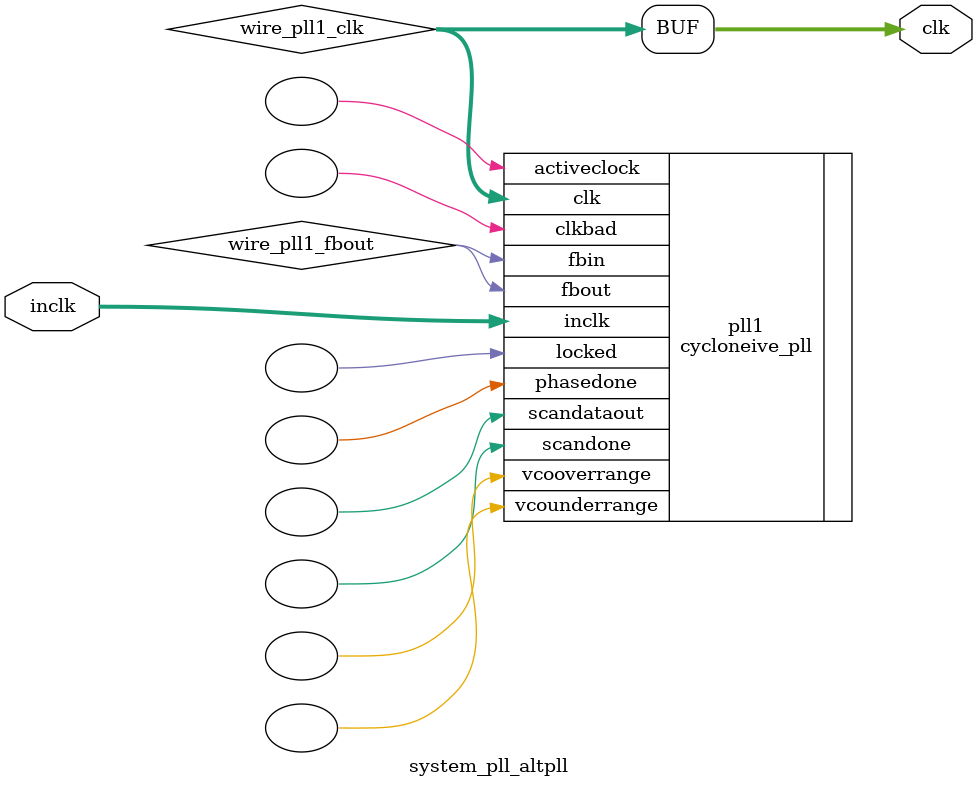
<source format=v>






//synthesis_resources = cycloneive_pll 1 
//synopsys translate_off
`timescale 1 ps / 1 ps
//synopsys translate_on
module  system_pll_altpll
	( 
	clk,
	inclk) /* synthesis synthesis_clearbox=1 */;
	output   [4:0]  clk;
	input   [1:0]  inclk;
`ifndef ALTERA_RESERVED_QIS
// synopsys translate_off
`endif
	tri0   [1:0]  inclk;
`ifndef ALTERA_RESERVED_QIS
// synopsys translate_on
`endif

	wire  [4:0]   wire_pll1_clk;
	wire  wire_pll1_fbout;

	cycloneive_pll   pll1
	( 
	.activeclock(),
	.clk(wire_pll1_clk),
	.clkbad(),
	.fbin(wire_pll1_fbout),
	.fbout(wire_pll1_fbout),
	.inclk(inclk),
	.locked(),
	.phasedone(),
	.scandataout(),
	.scandone(),
	.vcooverrange(),
	.vcounderrange()
	`ifndef FORMAL_VERIFICATION
	// synopsys translate_off
	`endif
	,
	.areset(1'b0),
	.clkswitch(1'b0),
	.configupdate(1'b0),
	.pfdena(1'b1),
	.phasecounterselect({3{1'b0}}),
	.phasestep(1'b0),
	.phaseupdown(1'b0),
	.scanclk(1'b0),
	.scanclkena(1'b1),
	.scandata(1'b0)
	`ifndef FORMAL_VERIFICATION
	// synopsys translate_on
	`endif
	);
	defparam
		pll1.bandwidth_type = "auto",
		pll1.clk0_divide_by = 10,
		pll1.clk0_duty_cycle = 50,
		pll1.clk0_multiply_by = 1,
		pll1.clk0_phase_shift = "0",
		pll1.compensate_clock = "clk0",
		pll1.inclk0_input_frequency = 20000,
		pll1.operation_mode = "normal",
		pll1.pll_type = "auto",
		pll1.lpm_type = "cycloneive_pll";
	assign
		clk = {wire_pll1_clk[4:0]};
endmodule //system_pll_altpll
//VALID FILE

</source>
